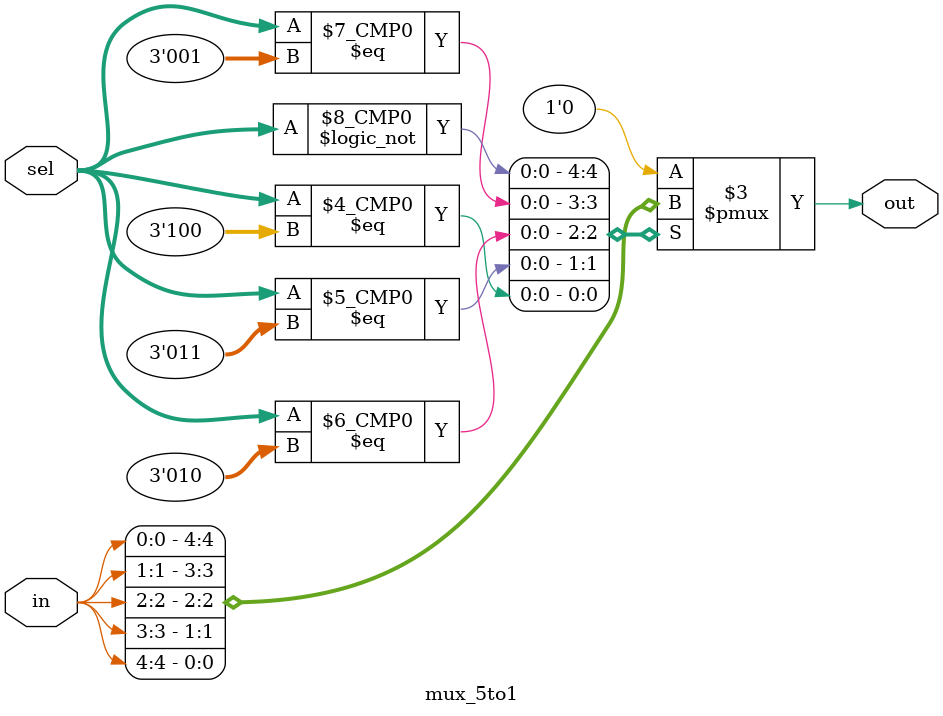
<source format=v>
module mux_5to1(input [4:0]in, input [2:0]sel ,output reg out);
always @(*) begin
    case(sel)
        3'b000: out = in[0];
        3'b001: out = in[1];
        3'b010: out = in[2];
        3'b011: out = in[3];
        3'b100: out = in[4];
        default: out = 0;
    endcase
end
endmodule
</source>
